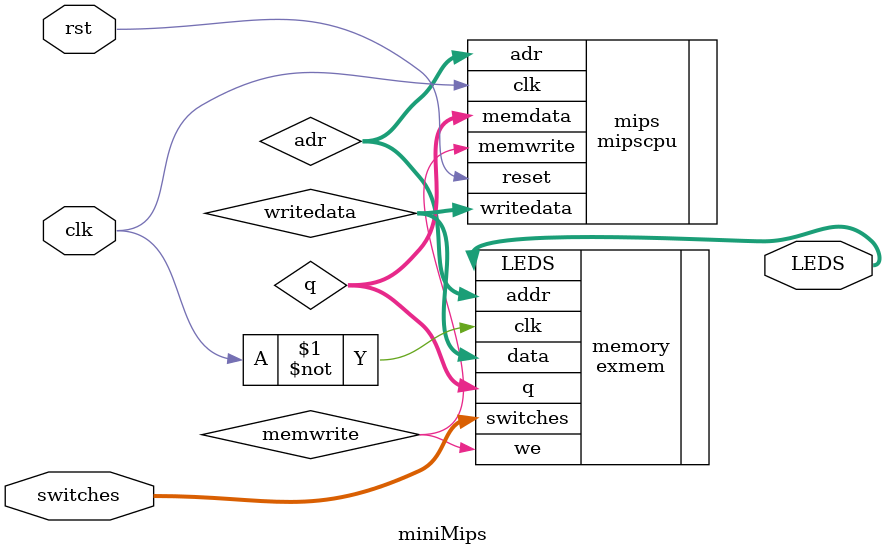
<source format=v>
/* File Name: miniMips.v
* Author:  Phat Nguyen
* Create Date:    09/08/2024
* Purpose: test the mipscpu_mem with the given fibonacci code to see if it stores the 8th number into 255
* ECE 3710 MINI MIPS
*/
module miniMips(
	input clk,
	input rst,
	input [7:0] switches,
	output [7:0] LEDS
);

wire memwrite;
wire [7:0] adr;
wire [7:0] writedata;
// read data 
wire [7:0] q;

	mipscpu mips(
		.clk(clk),
		.reset(rst),
		.memdata(q),
		.memwrite(memwrite),
		.adr(adr),
		.writedata(writedata)
);

	exmem memory(
	   .switches(switches),
		.data(writedata),
		.addr(adr),
		.we(memwrite),
		.clk(~clk),
		.q(q),
		.LEDS(LEDS)
);

endmodule


</source>
